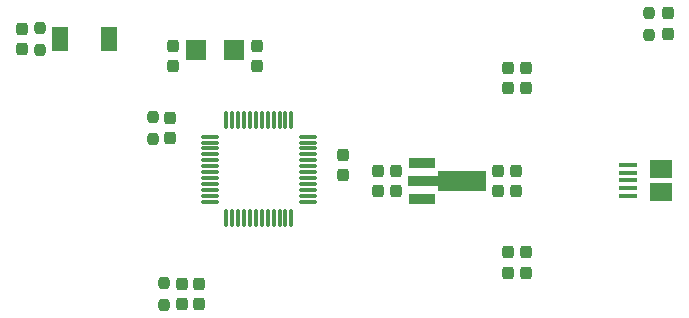
<source format=gtp>
G04 #@! TF.GenerationSoftware,KiCad,Pcbnew,(6.0.7)*
G04 #@! TF.CreationDate,2022-09-17T20:40:59+02:00*
G04 #@! TF.ProjectId,FR2476,46523234-3736-42e6-9b69-6361645f7063,rev?*
G04 #@! TF.SameCoordinates,Original*
G04 #@! TF.FileFunction,Paste,Top*
G04 #@! TF.FilePolarity,Positive*
%FSLAX46Y46*%
G04 Gerber Fmt 4.6, Leading zero omitted, Abs format (unit mm)*
G04 Created by KiCad (PCBNEW (6.0.7)) date 2022-09-17 20:40:59*
%MOMM*%
%LPD*%
G01*
G04 APERTURE LIST*
G04 Aperture macros list*
%AMRoundRect*
0 Rectangle with rounded corners*
0 $1 Rounding radius*
0 $2 $3 $4 $5 $6 $7 $8 $9 X,Y pos of 4 corners*
0 Add a 4 corners polygon primitive as box body*
4,1,4,$2,$3,$4,$5,$6,$7,$8,$9,$2,$3,0*
0 Add four circle primitives for the rounded corners*
1,1,$1+$1,$2,$3*
1,1,$1+$1,$4,$5*
1,1,$1+$1,$6,$7*
1,1,$1+$1,$8,$9*
0 Add four rect primitives between the rounded corners*
20,1,$1+$1,$2,$3,$4,$5,0*
20,1,$1+$1,$4,$5,$6,$7,0*
20,1,$1+$1,$6,$7,$8,$9,0*
20,1,$1+$1,$8,$9,$2,$3,0*%
%AMFreePoly0*
4,1,9,5.362500,-0.866500,1.237500,-0.866500,1.237500,-0.450000,-1.237500,-0.450000,-1.237500,0.450000,1.237500,0.450000,1.237500,0.866500,5.362500,0.866500,5.362500,-0.866500,5.362500,-0.866500,$1*%
G04 Aperture macros list end*
%ADD10RoundRect,0.237500X0.237500X-0.300000X0.237500X0.300000X-0.237500X0.300000X-0.237500X-0.300000X0*%
%ADD11R,1.750000X1.800000*%
%ADD12RoundRect,0.237500X0.237500X-0.250000X0.237500X0.250000X-0.237500X0.250000X-0.237500X-0.250000X0*%
%ADD13R,2.300000X0.900000*%
%ADD14FreePoly0,0.000000*%
%ADD15RoundRect,0.237500X-0.237500X0.287500X-0.237500X-0.287500X0.237500X-0.287500X0.237500X0.287500X0*%
%ADD16RoundRect,0.237500X-0.237500X0.250000X-0.237500X-0.250000X0.237500X-0.250000X0.237500X0.250000X0*%
%ADD17RoundRect,0.237500X-0.237500X0.300000X-0.237500X-0.300000X0.237500X-0.300000X0.237500X0.300000X0*%
%ADD18R,1.550000X0.400000*%
%ADD19R,1.900000X1.500000*%
%ADD20RoundRect,0.075000X-0.662500X-0.075000X0.662500X-0.075000X0.662500X0.075000X-0.662500X0.075000X0*%
%ADD21RoundRect,0.075000X-0.075000X-0.662500X0.075000X-0.662500X0.075000X0.662500X-0.075000X0.662500X0*%
%ADD22R,1.400000X2.000000*%
G04 APERTURE END LIST*
D10*
X134000000Y-99362500D03*
X134000000Y-97637500D03*
X134975000Y-113412500D03*
X134975000Y-111687500D03*
D11*
X136175000Y-91950000D03*
X139425000Y-91950000D03*
D10*
X163250000Y-103862500D03*
X163250000Y-102137500D03*
X161750000Y-103862500D03*
X161750000Y-102137500D03*
X151600000Y-103862500D03*
X151600000Y-102137500D03*
X153100000Y-103862500D03*
X153100000Y-102137500D03*
D12*
X133455000Y-113477500D03*
X133455000Y-111652500D03*
D13*
X155312500Y-101500000D03*
D14*
X155400000Y-103000000D03*
D13*
X155312500Y-104500000D03*
D15*
X176100000Y-88825000D03*
X176100000Y-90575000D03*
D16*
X174500000Y-88787500D03*
X174500000Y-90612500D03*
D17*
X164100000Y-109037500D03*
X164100000Y-110762500D03*
X164100000Y-93437500D03*
X164100000Y-95162500D03*
X162600000Y-93437500D03*
X162600000Y-95162500D03*
D18*
X172760000Y-104250000D03*
X172760000Y-103600000D03*
X172760000Y-102950000D03*
X172760000Y-102300000D03*
X172760000Y-101650000D03*
D19*
X175547500Y-101950000D03*
X175547500Y-103950000D03*
D10*
X136475000Y-113412500D03*
X136475000Y-111687500D03*
X121450000Y-91862500D03*
X121450000Y-90137500D03*
D16*
X122950000Y-90087500D03*
X122950000Y-91912500D03*
D17*
X162600000Y-109037500D03*
X162600000Y-110762500D03*
D10*
X141350000Y-93312500D03*
X141350000Y-91587500D03*
X134250000Y-93312500D03*
X134250000Y-91587500D03*
D20*
X137337500Y-99250000D03*
X137337500Y-99750000D03*
X137337500Y-100250000D03*
X137337500Y-100750000D03*
X137337500Y-101250000D03*
X137337500Y-101750000D03*
X137337500Y-102250000D03*
X137337500Y-102750000D03*
X137337500Y-103250000D03*
X137337500Y-103750000D03*
X137337500Y-104250000D03*
X137337500Y-104750000D03*
D21*
X138750000Y-106162500D03*
X139250000Y-106162500D03*
X139750000Y-106162500D03*
X140250000Y-106162500D03*
X140750000Y-106162500D03*
X141250000Y-106162500D03*
X141750000Y-106162500D03*
X142250000Y-106162500D03*
X142750000Y-106162500D03*
X143250000Y-106162500D03*
X143750000Y-106162500D03*
X144250000Y-106162500D03*
D20*
X145662500Y-104750000D03*
X145662500Y-104250000D03*
X145662500Y-103750000D03*
X145662500Y-103250000D03*
X145662500Y-102750000D03*
X145662500Y-102250000D03*
X145662500Y-101750000D03*
X145662500Y-101250000D03*
X145662500Y-100750000D03*
X145662500Y-100250000D03*
X145662500Y-99750000D03*
X145662500Y-99250000D03*
D21*
X144250000Y-97837500D03*
X143750000Y-97837500D03*
X143250000Y-97837500D03*
X142750000Y-97837500D03*
X142250000Y-97837500D03*
X141750000Y-97837500D03*
X141250000Y-97837500D03*
X140750000Y-97837500D03*
X140250000Y-97837500D03*
X139750000Y-97837500D03*
X139250000Y-97837500D03*
X138750000Y-97837500D03*
D22*
X124635000Y-91000000D03*
X128785000Y-91000000D03*
D12*
X132500000Y-99412500D03*
X132500000Y-97587500D03*
D17*
X148600000Y-100787500D03*
X148600000Y-102512500D03*
M02*

</source>
